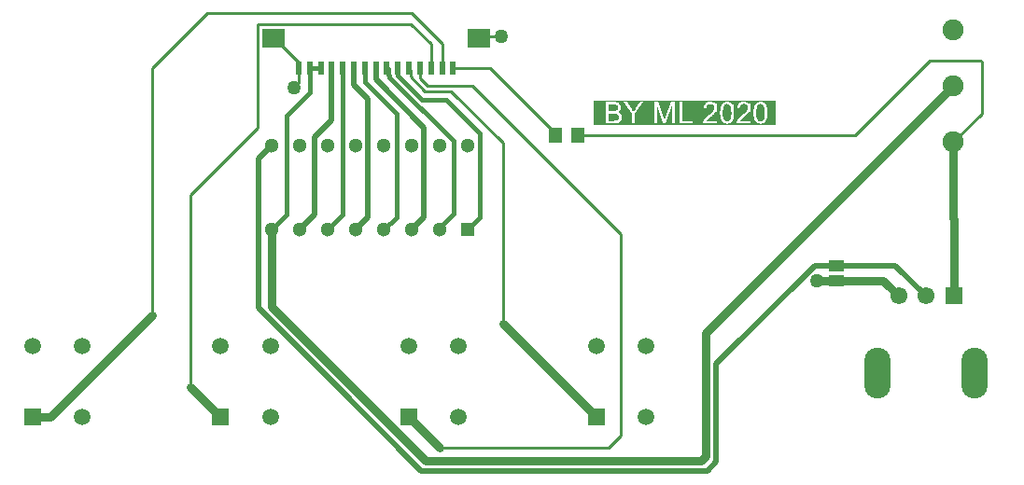
<source format=gtl>
G04*
G04 #@! TF.GenerationSoftware,Altium Limited,Altium Designer,21.0.8 (223)*
G04*
G04 Layer_Physical_Order=1*
G04 Layer_Color=255*
%FSLAX25Y25*%
%MOIN*%
G70*
G04*
G04 #@! TF.SameCoordinates,11A2A22B-46B4-42A7-8BC6-B1AC857C9469*
G04*
G04*
G04 #@! TF.FilePolarity,Positive*
G04*
G01*
G75*
%ADD12C,0.01000*%
%ADD13C,0.02000*%
%ADD15R,0.04724X0.05709*%
%ADD16R,0.05315X0.04331*%
%ADD17R,0.02362X0.05118*%
%ADD18R,0.07874X0.07087*%
%ADD24C,0.06102*%
%ADD25R,0.06102X0.06102*%
G04:AMPARAMS|DCode=26|XSize=94.49mil|YSize=181.1mil|CornerRadius=47.24mil|HoleSize=0mil|Usage=FLASHONLY|Rotation=180.000|XOffset=0mil|YOffset=0mil|HoleType=Round|Shape=RoundedRectangle|*
%AMROUNDEDRECTD26*
21,1,0.09449,0.08661,0,0,180.0*
21,1,0.00000,0.18110,0,0,180.0*
1,1,0.09449,0.00000,0.04331*
1,1,0.09449,0.00000,0.04331*
1,1,0.09449,0.00000,-0.04331*
1,1,0.09449,0.00000,-0.04331*
%
%ADD26ROUNDEDRECTD26*%
%ADD30C,0.05118*%
%ADD31R,0.05118X0.05118*%
%ADD33C,0.03000*%
%ADD34C,0.01500*%
%ADD35C,0.07480*%
%ADD36R,0.05906X0.05906*%
%ADD37C,0.05906*%
%ADD38C,0.05000*%
G36*
X400366Y237500D02*
X335300D01*
Y246339D01*
X400366D01*
Y237500D01*
D02*
G37*
%LPC*%
G36*
X353018Y245813D02*
X351835D01*
X350344Y243548D01*
X350169Y243273D01*
X350003Y243015D01*
X349861Y242790D01*
X349794Y242682D01*
X349736Y242590D01*
X349686Y242507D01*
X349636Y242423D01*
X349603Y242357D01*
X349570Y242307D01*
X349536Y242257D01*
X349519Y242223D01*
X349511Y242207D01*
X349503Y242198D01*
X349370Y242440D01*
X349228Y242673D01*
X349095Y242890D01*
X348978Y243081D01*
X348920Y243173D01*
X348870Y243248D01*
X348828Y243323D01*
X348795Y243381D01*
X348762Y243423D01*
X348737Y243464D01*
X348728Y243481D01*
X348720Y243490D01*
X347204Y245813D01*
X348832D01*
X345971D01*
X348936Y241374D01*
Y238125D01*
X345971D01*
X349953D01*
Y241374D01*
X353018Y245813D01*
D02*
G37*
G36*
X385422Y245838D02*
D01*
Y242123D01*
X385414Y242323D01*
X385405Y242507D01*
X385397Y242682D01*
X385380Y242840D01*
X385364Y242990D01*
X385347Y243123D01*
X385338Y243248D01*
X385322Y243356D01*
X385305Y243448D01*
X385289Y243531D01*
X385272Y243598D01*
X385263Y243656D01*
X385255Y243689D01*
X385247Y243714D01*
Y243723D01*
X385180Y243964D01*
X385097Y244189D01*
X385022Y244381D01*
X384947Y244547D01*
X384905Y244614D01*
X384880Y244681D01*
X384847Y244739D01*
X384822Y244781D01*
X384797Y244814D01*
X384789Y244839D01*
X384772Y244856D01*
Y244864D01*
X384655Y245030D01*
X384522Y245181D01*
X384397Y245305D01*
X384272Y245405D01*
X384164Y245489D01*
X384081Y245539D01*
X384047Y245564D01*
X384022Y245580D01*
X384006Y245589D01*
X383997D01*
X383814Y245672D01*
X383631Y245730D01*
X383448Y245780D01*
X383281Y245805D01*
X383131Y245822D01*
X383073Y245830D01*
X383014Y245838D01*
X382914D01*
X382765Y245830D01*
X382615Y245822D01*
X382473Y245797D01*
X382340Y245772D01*
X382223Y245739D01*
X382106Y245697D01*
X381998Y245655D01*
X381907Y245614D01*
X381815Y245572D01*
X381740Y245530D01*
X381673Y245497D01*
X381623Y245455D01*
X381582Y245430D01*
X381548Y245405D01*
X381532Y245397D01*
X381523Y245389D01*
X381423Y245297D01*
X381332Y245205D01*
X381165Y244997D01*
X381015Y244789D01*
X380899Y244581D01*
X380849Y244481D01*
X380807Y244397D01*
X380774Y244314D01*
X380740Y244248D01*
X380724Y244189D01*
X380707Y244139D01*
X380690Y244114D01*
Y244106D01*
X380640Y243948D01*
X380599Y243773D01*
X380532Y243414D01*
X380482Y243048D01*
X380466Y242873D01*
X380449Y242698D01*
X380440Y242540D01*
X380432Y242390D01*
X380424Y242257D01*
Y242140D01*
X380416Y242048D01*
Y241915D01*
X380424Y241524D01*
X380449Y241157D01*
X380482Y240824D01*
X380532Y240516D01*
X380590Y240232D01*
X380657Y239974D01*
X380724Y239749D01*
X380799Y239541D01*
X380865Y239366D01*
X380932Y239208D01*
X380999Y239083D01*
X381057Y238975D01*
X381107Y238891D01*
X381140Y238833D01*
X381165Y238800D01*
X381173Y238791D01*
X381298Y238650D01*
X381432Y238533D01*
X381573Y238425D01*
X381715Y238333D01*
X381857Y238258D01*
X382007Y238192D01*
X382148Y238142D01*
X382281Y238100D01*
X382415Y238067D01*
X382531Y238042D01*
X382640Y238025D01*
X382731Y238017D01*
X382806Y238008D01*
X382864Y238000D01*
X380416D01*
D01*
X385422D01*
Y245838D01*
D02*
G37*
G36*
X364230Y245813D02*
X362856Y245813D01*
X361007Y240466D01*
X360957Y240316D01*
X360907Y240182D01*
X360865Y240049D01*
X360823Y239933D01*
X360790Y239816D01*
X360757Y239716D01*
X360723Y239624D01*
X360698Y239541D01*
X360673Y239474D01*
X360657Y239408D01*
X360640Y239358D01*
X360623Y239308D01*
X360615Y239275D01*
X360607Y239249D01*
X360598Y239241D01*
Y239233D01*
X360573Y239308D01*
X360548Y239391D01*
X360490Y239566D01*
X360432Y239758D01*
X360373Y239941D01*
X360315Y240107D01*
X360290Y240182D01*
X360274Y240241D01*
X360257Y240291D01*
X360240Y240332D01*
X360232Y240357D01*
Y240366D01*
X358408Y245813D01*
X356883D01*
Y238125D01*
X364230Y238125D01*
Y245813D01*
D02*
G37*
G36*
X391344Y245838D02*
D01*
Y239033D01*
X387554D01*
X387688Y239216D01*
X387754Y239300D01*
X387821Y239374D01*
X387879Y239441D01*
X387921Y239491D01*
X387954Y239524D01*
X387963Y239533D01*
X388012Y239583D01*
X388079Y239649D01*
X388154Y239716D01*
X388237Y239791D01*
X388412Y239958D01*
X388596Y240116D01*
X388771Y240266D01*
X388845Y240332D01*
X388920Y240391D01*
X388970Y240441D01*
X389020Y240474D01*
X389045Y240499D01*
X389054Y240507D01*
X389237Y240666D01*
X389412Y240815D01*
X389570Y240949D01*
X389712Y241082D01*
X389845Y241199D01*
X389962Y241315D01*
X390070Y241415D01*
X390170Y241507D01*
X390253Y241582D01*
X390320Y241657D01*
X390378Y241715D01*
X390428Y241765D01*
X390461Y241807D01*
X390495Y241832D01*
X390503Y241848D01*
X390511Y241857D01*
X390670Y242040D01*
X390795Y242207D01*
X390903Y242365D01*
X390995Y242507D01*
X391061Y242623D01*
X391111Y242715D01*
X391128Y242748D01*
X391136Y242773D01*
X391144Y242781D01*
Y242790D01*
X391211Y242956D01*
X391253Y243123D01*
X391286Y243273D01*
X391311Y243414D01*
X391328Y243531D01*
X391336Y243623D01*
Y243656D01*
Y243681D01*
Y243689D01*
Y243698D01*
X391328Y243864D01*
X391311Y244023D01*
X391278Y244173D01*
X391236Y244322D01*
X391186Y244456D01*
X391128Y244581D01*
X391070Y244697D01*
X391011Y244797D01*
X390953Y244897D01*
X390895Y244981D01*
X390836Y245056D01*
X390786Y245114D01*
X390745Y245156D01*
X390711Y245197D01*
X390695Y245214D01*
X390686Y245222D01*
X390561Y245330D01*
X390428Y245422D01*
X390286Y245505D01*
X390137Y245580D01*
X389995Y245639D01*
X389845Y245689D01*
X389703Y245730D01*
X389562Y245764D01*
X389437Y245789D01*
X389312Y245805D01*
X389204Y245822D01*
X389112Y245830D01*
X389037Y245838D01*
X388929D01*
X388729Y245830D01*
X388537Y245813D01*
X388362Y245789D01*
X388196Y245747D01*
X388037Y245705D01*
X387896Y245655D01*
X387762Y245605D01*
X387646Y245555D01*
X387538Y245497D01*
X387446Y245447D01*
X387363Y245397D01*
X387296Y245355D01*
X387246Y245314D01*
X387213Y245289D01*
X387188Y245272D01*
X387179Y245264D01*
X387063Y245156D01*
X386963Y245030D01*
X386871Y244906D01*
X386788Y244764D01*
X386721Y244631D01*
X386655Y244497D01*
X386605Y244356D01*
X386563Y244231D01*
X386521Y244106D01*
X386496Y243989D01*
X386471Y243881D01*
X386455Y243789D01*
X386446Y243714D01*
X386438Y243664D01*
X386430Y243631D01*
Y243614D01*
X387396Y243514D01*
X387404Y243648D01*
X387413Y243773D01*
X387463Y243989D01*
X387529Y244189D01*
X387563Y244272D01*
X387604Y244348D01*
X387638Y244414D01*
X387679Y244472D01*
X387713Y244522D01*
X387738Y244564D01*
X387771Y244597D01*
X387788Y244622D01*
X387796Y244631D01*
X387804Y244639D01*
X387888Y244714D01*
X387971Y244781D01*
X388062Y244831D01*
X388154Y244881D01*
X388337Y244956D01*
X388512Y245005D01*
X388662Y245030D01*
X388729Y245047D01*
X388787D01*
X388837Y245056D01*
X389020D01*
X389137Y245039D01*
X389345Y244997D01*
X389520Y244931D01*
X389678Y244864D01*
X389795Y244789D01*
X389845Y244756D01*
X389887Y244722D01*
X389920Y244697D01*
X389945Y244681D01*
X389953Y244672D01*
X389962Y244664D01*
X390037Y244589D01*
X390095Y244514D01*
X390153Y244439D01*
X390195Y244356D01*
X390270Y244198D01*
X390320Y244048D01*
X390345Y243923D01*
X390361Y243864D01*
Y243814D01*
X390370Y243781D01*
Y243748D01*
Y243731D01*
Y243723D01*
X390361Y243623D01*
X390353Y243523D01*
X390303Y243323D01*
X390228Y243131D01*
X390145Y242956D01*
X390062Y242806D01*
X390028Y242748D01*
X389987Y242690D01*
X389962Y242648D01*
X389937Y242615D01*
X389928Y242598D01*
X389920Y242590D01*
X389828Y242473D01*
X389720Y242348D01*
X389595Y242215D01*
X389462Y242082D01*
X389187Y241807D01*
X388904Y241549D01*
X388771Y241424D01*
X388637Y241315D01*
X388521Y241215D01*
X388421Y241132D01*
X388337Y241057D01*
X388279Y241007D01*
X388237Y240966D01*
X388221Y240957D01*
X388071Y240832D01*
X387937Y240716D01*
X387804Y240607D01*
X387688Y240499D01*
X387571Y240399D01*
X387471Y240299D01*
X387379Y240216D01*
X387296Y240132D01*
X387221Y240057D01*
X387163Y239991D01*
X387105Y239933D01*
X387063Y239891D01*
X387021Y239849D01*
X386996Y239824D01*
X386988Y239808D01*
X386980Y239799D01*
X386830Y239616D01*
X386705Y239433D01*
X386596Y239258D01*
X386513Y239100D01*
X386446Y238966D01*
X386421Y238908D01*
X386396Y238866D01*
X386380Y238825D01*
X386371Y238800D01*
X386363Y238783D01*
Y238775D01*
X386321Y238658D01*
X386297Y238542D01*
X386272Y238433D01*
X386263Y238333D01*
X386255Y238250D01*
Y238125D01*
X391344D01*
Y245838D01*
D02*
G37*
G36*
X379399D02*
D01*
Y239033D01*
X375609D01*
X375742Y239216D01*
X375809Y239300D01*
X375876Y239374D01*
X375934Y239441D01*
X375976Y239491D01*
X376009Y239524D01*
X376017Y239533D01*
X376067Y239583D01*
X376134Y239649D01*
X376209Y239716D01*
X376292Y239791D01*
X376467Y239958D01*
X376650Y240116D01*
X376825Y240266D01*
X376900Y240332D01*
X376975Y240391D01*
X377025Y240441D01*
X377075Y240474D01*
X377100Y240499D01*
X377109Y240507D01*
X377292Y240666D01*
X377467Y240815D01*
X377625Y240949D01*
X377766Y241082D01*
X377900Y241199D01*
X378016Y241315D01*
X378125Y241415D01*
X378225Y241507D01*
X378308Y241582D01*
X378375Y241657D01*
X378433Y241715D01*
X378483Y241765D01*
X378516Y241807D01*
X378550Y241832D01*
X378558Y241848D01*
X378566Y241857D01*
X378725Y242040D01*
X378849Y242207D01*
X378958Y242365D01*
X379049Y242507D01*
X379116Y242623D01*
X379166Y242715D01*
X379183Y242748D01*
X379191Y242773D01*
X379199Y242781D01*
Y242790D01*
X379266Y242956D01*
X379308Y243123D01*
X379341Y243273D01*
X379366Y243414D01*
X379383Y243531D01*
X379391Y243623D01*
Y243656D01*
Y243681D01*
Y243689D01*
Y243698D01*
X379383Y243864D01*
X379366Y244023D01*
X379333Y244173D01*
X379291Y244322D01*
X379241Y244456D01*
X379183Y244581D01*
X379124Y244697D01*
X379066Y244797D01*
X379008Y244897D01*
X378949Y244981D01*
X378891Y245056D01*
X378841Y245114D01*
X378800Y245156D01*
X378766Y245197D01*
X378749Y245214D01*
X378741Y245222D01*
X378616Y245330D01*
X378483Y245422D01*
X378341Y245505D01*
X378191Y245580D01*
X378050Y245639D01*
X377900Y245689D01*
X377758Y245730D01*
X377617Y245764D01*
X377492Y245789D01*
X377367Y245805D01*
X377258Y245822D01*
X377167Y245830D01*
X377092Y245838D01*
X376983D01*
X376784Y245830D01*
X376592Y245813D01*
X376417Y245789D01*
X376251Y245747D01*
X376092Y245705D01*
X375951Y245655D01*
X375817Y245605D01*
X375701Y245555D01*
X375592Y245497D01*
X375501Y245447D01*
X375417Y245397D01*
X375351Y245355D01*
X375301Y245314D01*
X375268Y245289D01*
X375242Y245272D01*
X375234Y245264D01*
X375118Y245156D01*
X375018Y245030D01*
X374926Y244906D01*
X374843Y244764D01*
X374776Y244631D01*
X374709Y244497D01*
X374659Y244356D01*
X374618Y244231D01*
X374576Y244106D01*
X374551Y243989D01*
X374526Y243881D01*
X374510Y243789D01*
X374501Y243714D01*
X374493Y243664D01*
X374484Y243631D01*
Y243614D01*
X375451Y243514D01*
X375459Y243648D01*
X375467Y243773D01*
X375517Y243989D01*
X375584Y244189D01*
X375617Y244272D01*
X375659Y244348D01*
X375692Y244414D01*
X375734Y244472D01*
X375767Y244522D01*
X375792Y244564D01*
X375826Y244597D01*
X375842Y244622D01*
X375851Y244631D01*
X375859Y244639D01*
X375942Y244714D01*
X376026Y244781D01*
X376117Y244831D01*
X376209Y244881D01*
X376392Y244956D01*
X376567Y245005D01*
X376717Y245030D01*
X376784Y245047D01*
X376842D01*
X376892Y245056D01*
X377075D01*
X377192Y245039D01*
X377400Y244997D01*
X377575Y244931D01*
X377733Y244864D01*
X377850Y244789D01*
X377900Y244756D01*
X377941Y244722D01*
X377975Y244697D01*
X378000Y244681D01*
X378008Y244672D01*
X378016Y244664D01*
X378091Y244589D01*
X378150Y244514D01*
X378208Y244439D01*
X378250Y244356D01*
X378325Y244198D01*
X378375Y244048D01*
X378400Y243923D01*
X378416Y243864D01*
Y243814D01*
X378425Y243781D01*
Y243748D01*
Y243731D01*
Y243723D01*
X378416Y243623D01*
X378408Y243523D01*
X378358Y243323D01*
X378283Y243131D01*
X378200Y242956D01*
X378116Y242806D01*
X378083Y242748D01*
X378041Y242690D01*
X378016Y242648D01*
X377991Y242615D01*
X377983Y242598D01*
X377975Y242590D01*
X377883Y242473D01*
X377775Y242348D01*
X377650Y242215D01*
X377517Y242082D01*
X377242Y241807D01*
X376958Y241549D01*
X376825Y241424D01*
X376692Y241315D01*
X376575Y241215D01*
X376475Y241132D01*
X376392Y241057D01*
X376334Y241007D01*
X376292Y240966D01*
X376275Y240957D01*
X376126Y240832D01*
X375992Y240716D01*
X375859Y240607D01*
X375742Y240499D01*
X375626Y240399D01*
X375526Y240299D01*
X375434Y240216D01*
X375351Y240132D01*
X375276Y240057D01*
X375218Y239991D01*
X375159Y239933D01*
X375118Y239891D01*
X375076Y239849D01*
X375051Y239824D01*
X375043Y239808D01*
X375034Y239799D01*
X374884Y239616D01*
X374759Y239433D01*
X374651Y239258D01*
X374568Y239100D01*
X374501Y238966D01*
X374476Y238908D01*
X374451Y238866D01*
X374434Y238825D01*
X374426Y238800D01*
X374418Y238783D01*
Y238775D01*
X374376Y238658D01*
X374351Y238542D01*
X374326Y238433D01*
X374318Y238333D01*
X374310Y238250D01*
Y238125D01*
X379399D01*
Y245838D01*
D02*
G37*
G36*
X370628Y245813D02*
X365821D01*
Y238125D01*
X370628D01*
Y239041D01*
Y239033D01*
X366838D01*
Y245813D01*
X370628D01*
D02*
G37*
G36*
X342589Y245813D02*
X339565D01*
Y238125D01*
X345371D01*
D01*
X342489D01*
X342756Y238133D01*
X342997Y238142D01*
X343205Y238167D01*
X343305Y238175D01*
X343389Y238192D01*
X343464Y238200D01*
X343530Y238208D01*
X343588Y238225D01*
X343638Y238233D01*
X343680Y238242D01*
X343705D01*
X343722Y238250D01*
X343730D01*
X343913Y238300D01*
X344080Y238358D01*
X344222Y238425D01*
X344338Y238483D01*
X344438Y238541D01*
X344513Y238583D01*
X344555Y238616D01*
X344571Y238625D01*
X344696Y238733D01*
X344805Y238850D01*
X344905Y238966D01*
X344980Y239083D01*
X345046Y239183D01*
X345096Y239266D01*
X345113Y239300D01*
X345130Y239324D01*
X345138Y239333D01*
Y239341D01*
X345213Y239516D01*
X345271Y239699D01*
X345313Y239866D01*
X345346Y240024D01*
X345363Y240158D01*
Y240208D01*
X345371Y240257D01*
Y240474D01*
X345355Y240591D01*
X345313Y240815D01*
X345246Y241016D01*
X345180Y241182D01*
X345146Y241257D01*
X345113Y241324D01*
X345080Y241382D01*
X345046Y241432D01*
X345021Y241465D01*
X345005Y241490D01*
X344996Y241507D01*
X344988Y241515D01*
X344838Y241690D01*
X344663Y241832D01*
X344488Y241957D01*
X344313Y242048D01*
X344163Y242123D01*
X344097Y242148D01*
X344038Y242173D01*
X343988Y242190D01*
X343955Y242207D01*
X343930Y242215D01*
X343922D01*
X344113Y242323D01*
X344272Y242440D01*
X344413Y242557D01*
X344521Y242665D01*
X344613Y242765D01*
X344672Y242840D01*
X344696Y242873D01*
X344713Y242898D01*
X344721Y242906D01*
Y242915D01*
X344813Y243081D01*
X344880Y243240D01*
X344930Y243398D01*
X344963Y243539D01*
X344980Y243664D01*
X344996Y243756D01*
Y243789D01*
Y243814D01*
Y243831D01*
Y243839D01*
X344980Y244039D01*
X344946Y244222D01*
X344896Y244397D01*
X344846Y244547D01*
X344788Y244672D01*
X344763Y244731D01*
X344738Y244772D01*
X344713Y244806D01*
X344705Y244831D01*
X344688Y244847D01*
Y244856D01*
X344563Y245022D01*
X344430Y245172D01*
X344297Y245297D01*
X344163Y245397D01*
X344038Y245472D01*
X343947Y245530D01*
X343905Y245547D01*
X343880Y245564D01*
X343863Y245572D01*
X343855D01*
X343638Y245655D01*
X343414Y245714D01*
X343172Y245755D01*
X342955Y245780D01*
X342847Y245797D01*
X342756Y245805D01*
X342664D01*
X342589Y245813D01*
D02*
G37*
G36*
X397367Y245838D02*
X392361D01*
X394860D01*
X394710Y245830D01*
X394560Y245822D01*
X394418Y245797D01*
X394285Y245772D01*
X394168Y245739D01*
X394052Y245697D01*
X393943Y245655D01*
X393852Y245614D01*
X393760Y245572D01*
X393685Y245530D01*
X393618Y245497D01*
X393569Y245455D01*
X393527Y245430D01*
X393494Y245405D01*
X393477Y245397D01*
X393469Y245389D01*
X393369Y245297D01*
X393277Y245205D01*
X393110Y244997D01*
X392961Y244789D01*
X392844Y244581D01*
X392794Y244481D01*
X392752Y244397D01*
X392719Y244314D01*
X392686Y244248D01*
X392669Y244189D01*
X392652Y244139D01*
X392636Y244114D01*
Y244106D01*
X392586Y243948D01*
X392544Y243773D01*
X392477Y243414D01*
X392427Y243048D01*
X392411Y242873D01*
X392394Y242698D01*
X392386Y242540D01*
X392377Y242390D01*
X392369Y242257D01*
Y242140D01*
X392361Y242048D01*
Y241915D01*
X392369Y241524D01*
X392394Y241157D01*
X392427Y240824D01*
X392477Y240516D01*
X392536Y240232D01*
X392602Y239974D01*
X392669Y239749D01*
X392744Y239541D01*
X392811Y239366D01*
X392877Y239208D01*
X392944Y239083D01*
X393002Y238975D01*
X393052Y238891D01*
X393085Y238833D01*
X393110Y238800D01*
X393119Y238791D01*
X393244Y238650D01*
X393377Y238533D01*
X393519Y238425D01*
X393660Y238333D01*
X393802Y238258D01*
X393952Y238192D01*
X394093Y238142D01*
X394227Y238100D01*
X394360Y238067D01*
X394477Y238042D01*
X394585Y238025D01*
X394676Y238017D01*
X394751Y238008D01*
X394810Y238000D01*
X392361D01*
X397367D01*
Y245838D01*
D02*
G37*
%LPD*%
G36*
X383031Y245047D02*
X383139Y245030D01*
X383256Y244997D01*
X383356Y244956D01*
X383548Y244856D01*
X383706Y244747D01*
X383772Y244689D01*
X383831Y244631D01*
X383881Y244572D01*
X383931Y244531D01*
X383964Y244489D01*
X383989Y244456D01*
X383997Y244439D01*
X384006Y244431D01*
X384089Y244298D01*
X384156Y244148D01*
X384214Y243964D01*
X384264Y243773D01*
X384306Y243573D01*
X384347Y243365D01*
X384397Y242940D01*
X384422Y242740D01*
X384431Y242548D01*
X384439Y242373D01*
X384447Y242223D01*
X384455Y242090D01*
Y242040D01*
Y241998D01*
Y241965D01*
Y241940D01*
Y241923D01*
Y241915D01*
X384447Y241574D01*
X384439Y241265D01*
X384414Y240982D01*
X384389Y240724D01*
X384356Y240491D01*
X384314Y240291D01*
X384272Y240107D01*
X384231Y239949D01*
X384189Y239816D01*
X384147Y239699D01*
X384114Y239599D01*
X384072Y239524D01*
X384047Y239466D01*
X384022Y239433D01*
X384014Y239408D01*
X384006Y239399D01*
X383922Y239291D01*
X383831Y239191D01*
X383739Y239108D01*
X383647Y239041D01*
X383556Y238975D01*
X383464Y238925D01*
X383381Y238883D01*
X383298Y238850D01*
X383148Y238808D01*
X383081Y238791D01*
X383023Y238783D01*
X382981D01*
X382940Y238775D01*
X382914D01*
X382798Y238783D01*
X382681Y238800D01*
X382573Y238833D01*
X382473Y238875D01*
X382281Y238966D01*
X382123Y239083D01*
X381998Y239199D01*
X381948Y239249D01*
X381907Y239291D01*
X381865Y239333D01*
X381840Y239366D01*
X381832Y239383D01*
X381823Y239391D01*
X381748Y239524D01*
X381682Y239683D01*
X381615Y239858D01*
X381565Y240049D01*
X381523Y240257D01*
X381490Y240466D01*
X381440Y240891D01*
X381415Y241090D01*
X381407Y241282D01*
X381398Y241457D01*
X381390Y241607D01*
X381382Y241732D01*
Y241790D01*
Y241832D01*
Y241865D01*
Y241890D01*
Y241907D01*
Y241915D01*
X381390Y242257D01*
X381407Y242565D01*
X381423Y242856D01*
X381457Y243115D01*
X381490Y243348D01*
X381532Y243564D01*
X381582Y243748D01*
X381623Y243914D01*
X381665Y244064D01*
X381715Y244181D01*
X381757Y244281D01*
X381790Y244364D01*
X381823Y244431D01*
X381848Y244472D01*
X381857Y244497D01*
X381865Y244506D01*
X381940Y244606D01*
X382023Y244689D01*
X382106Y244764D01*
X382190Y244822D01*
X382281Y244881D01*
X382365Y244922D01*
X382531Y244989D01*
X382681Y245030D01*
X382748Y245039D01*
X382798Y245047D01*
X382848Y245056D01*
X382906D01*
X383031Y245047D01*
D02*
G37*
G36*
X385422Y238000D02*
X382914D01*
X383073Y238008D01*
X383214Y238017D01*
X383356Y238042D01*
X383489Y238067D01*
X383614Y238108D01*
X383722Y238142D01*
X383831Y238183D01*
X383922Y238225D01*
X384014Y238267D01*
X384089Y238308D01*
X384156Y238350D01*
X384206Y238383D01*
X384247Y238408D01*
X384281Y238433D01*
X384297Y238441D01*
X384306Y238450D01*
X384405Y238542D01*
X384506Y238633D01*
X384672Y238841D01*
X384814Y239050D01*
X384930Y239258D01*
X384980Y239358D01*
X385022Y239449D01*
X385055Y239524D01*
X385089Y239599D01*
X385114Y239649D01*
X385122Y239699D01*
X385139Y239724D01*
Y239733D01*
X385189Y239891D01*
X385230Y240066D01*
X385305Y240424D01*
X385355Y240791D01*
X385372Y240966D01*
X385388Y241140D01*
X385397Y241299D01*
X385405Y241449D01*
X385414Y241574D01*
X385422Y241690D01*
Y238000D01*
D02*
G37*
G36*
X363247Y238125D02*
X360998D01*
X363247Y244564D01*
Y238125D01*
D02*
G37*
G36*
X360082D02*
X357866D01*
Y244672D01*
X360082Y238125D01*
D02*
G37*
G36*
X342406Y244897D02*
X342531D01*
X342647Y244889D01*
X342756Y244881D01*
X342847Y244872D01*
X342939Y244864D01*
X343014Y244856D01*
X343072Y244839D01*
X343130Y244831D01*
X343180Y244822D01*
X343214Y244814D01*
X343247Y244806D01*
X343264D01*
X343280Y244797D01*
X343405Y244747D01*
X343505Y244689D01*
X343597Y244622D01*
X343672Y244556D01*
X343730Y244497D01*
X343772Y244447D01*
X343797Y244414D01*
X343805Y244397D01*
X343872Y244289D01*
X343913Y244173D01*
X343947Y244056D01*
X343972Y243948D01*
X343988Y243856D01*
X343997Y243789D01*
Y243739D01*
Y243731D01*
Y243723D01*
X343988Y243573D01*
X343963Y243448D01*
X343930Y243331D01*
X343897Y243231D01*
X343863Y243156D01*
X343830Y243098D01*
X343805Y243065D01*
X343797Y243048D01*
X343713Y242956D01*
X343622Y242873D01*
X343522Y242806D01*
X343430Y242756D01*
X343347Y242715D01*
X343280Y242690D01*
X343230Y242673D01*
X343222Y242665D01*
X343214D01*
X343155Y242648D01*
X343089Y242640D01*
X342939Y242615D01*
X342772Y242598D01*
X342614Y242590D01*
X342472D01*
X342406Y242582D01*
X340581D01*
Y244906D01*
X342264D01*
X342406Y244897D01*
D02*
G37*
G36*
X342614Y241665D02*
X342839Y241657D01*
X342939Y241640D01*
X343030Y241632D01*
X343114Y241623D01*
X343197Y241607D01*
X343264Y241599D01*
X343322Y241582D01*
X343364Y241574D01*
X343405Y241565D01*
X343439Y241557D01*
X343464Y241549D01*
X343472Y241540D01*
X343480D01*
X343622Y241482D01*
X343739Y241415D01*
X343847Y241349D01*
X343938Y241274D01*
X344005Y241207D01*
X344055Y241149D01*
X344088Y241115D01*
X344097Y241099D01*
X344172Y240974D01*
X344230Y240849D01*
X344263Y240724D01*
X344297Y240607D01*
X344313Y240499D01*
X344322Y240424D01*
Y240391D01*
Y240366D01*
Y240357D01*
Y240349D01*
X344313Y240216D01*
X344297Y240091D01*
X344272Y239983D01*
X344247Y239891D01*
X344213Y239808D01*
X344188Y239749D01*
X344172Y239716D01*
X344163Y239699D01*
X344105Y239599D01*
X344038Y239516D01*
X343972Y239441D01*
X343913Y239383D01*
X343855Y239333D01*
X343813Y239300D01*
X343780Y239283D01*
X343772Y239275D01*
X343680Y239225D01*
X343580Y239183D01*
X343489Y239141D01*
X343397Y239116D01*
X343314Y239091D01*
X343247Y239075D01*
X343205Y239066D01*
X343189D01*
X343105Y239058D01*
X342997Y239050D01*
X342881Y239041D01*
X342772D01*
X342664Y239033D01*
X340581D01*
Y241673D01*
X342356D01*
X342614Y241665D01*
D02*
G37*
G36*
X397367Y242123D02*
X397359Y242323D01*
X397350Y242507D01*
X397342Y242682D01*
X397325Y242840D01*
X397309Y242990D01*
X397292Y243123D01*
X397284Y243248D01*
X397267Y243356D01*
X397250Y243448D01*
X397234Y243531D01*
X397217Y243598D01*
X397209Y243656D01*
X397200Y243689D01*
X397192Y243714D01*
Y243723D01*
X397126Y243964D01*
X397042Y244189D01*
X396967Y244381D01*
X396892Y244547D01*
X396851Y244614D01*
X396826Y244681D01*
X396792Y244739D01*
X396767Y244781D01*
X396742Y244814D01*
X396734Y244839D01*
X396717Y244856D01*
Y244864D01*
X396601Y245030D01*
X396467Y245181D01*
X396342Y245305D01*
X396217Y245405D01*
X396109Y245489D01*
X396026Y245539D01*
X395993Y245564D01*
X395968Y245580D01*
X395951Y245589D01*
X395943D01*
X395759Y245672D01*
X395576Y245730D01*
X395393Y245780D01*
X395226Y245805D01*
X395076Y245822D01*
X395018Y245830D01*
X394960Y245838D01*
X397367D01*
Y242123D01*
D02*
G37*
G36*
X394976Y245047D02*
X395085Y245030D01*
X395201Y244997D01*
X395301Y244956D01*
X395493Y244856D01*
X395651Y244747D01*
X395718Y244689D01*
X395776Y244631D01*
X395826Y244572D01*
X395876Y244531D01*
X395909Y244489D01*
X395934Y244456D01*
X395943Y244439D01*
X395951Y244431D01*
X396034Y244298D01*
X396101Y244148D01*
X396159Y243964D01*
X396209Y243773D01*
X396251Y243573D01*
X396292Y243365D01*
X396342Y242940D01*
X396367Y242740D01*
X396376Y242548D01*
X396384Y242373D01*
X396392Y242223D01*
X396401Y242090D01*
Y242040D01*
Y241998D01*
Y241965D01*
Y241940D01*
Y241923D01*
Y241915D01*
X396392Y241574D01*
X396384Y241265D01*
X396359Y240982D01*
X396334Y240724D01*
X396301Y240491D01*
X396259Y240291D01*
X396217Y240107D01*
X396176Y239949D01*
X396134Y239816D01*
X396093Y239699D01*
X396059Y239599D01*
X396018Y239524D01*
X395993Y239466D01*
X395968Y239433D01*
X395959Y239408D01*
X395951Y239399D01*
X395868Y239291D01*
X395776Y239191D01*
X395684Y239108D01*
X395593Y239041D01*
X395501Y238975D01*
X395409Y238925D01*
X395326Y238883D01*
X395243Y238850D01*
X395093Y238808D01*
X395026Y238791D01*
X394968Y238783D01*
X394926D01*
X394885Y238775D01*
X394860D01*
X394743Y238783D01*
X394626Y238800D01*
X394518Y238833D01*
X394418Y238875D01*
X394227Y238966D01*
X394068Y239083D01*
X393943Y239199D01*
X393893Y239249D01*
X393852Y239291D01*
X393810Y239333D01*
X393785Y239366D01*
X393777Y239383D01*
X393769Y239391D01*
X393693Y239524D01*
X393627Y239683D01*
X393560Y239858D01*
X393510Y240049D01*
X393469Y240257D01*
X393435Y240466D01*
X393385Y240891D01*
X393360Y241090D01*
X393352Y241282D01*
X393344Y241457D01*
X393335Y241607D01*
X393327Y241732D01*
Y241790D01*
Y241832D01*
Y241865D01*
Y241890D01*
Y241907D01*
Y241915D01*
X393335Y242257D01*
X393352Y242565D01*
X393369Y242856D01*
X393402Y243115D01*
X393435Y243348D01*
X393477Y243564D01*
X393527Y243748D01*
X393569Y243914D01*
X393610Y244064D01*
X393660Y244181D01*
X393702Y244281D01*
X393735Y244364D01*
X393769Y244431D01*
X393794Y244472D01*
X393802Y244497D01*
X393810Y244506D01*
X393885Y244606D01*
X393968Y244689D01*
X394052Y244764D01*
X394135Y244822D01*
X394227Y244881D01*
X394310Y244922D01*
X394477Y244989D01*
X394626Y245030D01*
X394693Y245039D01*
X394743Y245047D01*
X394793Y245056D01*
X394851D01*
X394976Y245047D01*
D02*
G37*
G36*
X397367Y238000D02*
X394860D01*
X395018Y238008D01*
X395160Y238017D01*
X395301Y238042D01*
X395434Y238067D01*
X395559Y238108D01*
X395668Y238142D01*
X395776Y238183D01*
X395868Y238225D01*
X395959Y238267D01*
X396034Y238308D01*
X396101Y238350D01*
X396151Y238383D01*
X396193Y238408D01*
X396226Y238433D01*
X396242Y238441D01*
X396251Y238450D01*
X396351Y238542D01*
X396451Y238633D01*
X396617Y238841D01*
X396759Y239050D01*
X396876Y239258D01*
X396925Y239358D01*
X396967Y239449D01*
X397001Y239524D01*
X397034Y239599D01*
X397059Y239649D01*
X397067Y239699D01*
X397084Y239724D01*
Y239733D01*
X397134Y239891D01*
X397175Y240066D01*
X397250Y240424D01*
X397300Y240791D01*
X397317Y240966D01*
X397334Y241140D01*
X397342Y241299D01*
X397350Y241449D01*
X397359Y241574D01*
X397367Y241690D01*
Y238000D01*
D02*
G37*
D12*
X281122Y257811D02*
Y266700D01*
X197381Y277681D02*
X270141D01*
X281122Y266700D01*
X215400Y273681D02*
X270004D01*
X277185Y266500D01*
Y257811D02*
Y266500D01*
X215400Y236500D02*
Y273681D01*
X455200Y260700D02*
X473214D01*
X463700Y231500D02*
X473800Y241600D01*
Y260114D01*
X473214Y260700D02*
X473800Y260114D01*
X329537Y234000D02*
X428500D01*
X455200Y260700D01*
X285059Y257811D02*
X298344D01*
X321663Y234492D01*
Y234000D02*
Y234492D01*
X229941Y252441D02*
Y257811D01*
X228300Y250800D02*
X229941Y252441D01*
X340600Y122100D02*
X345000Y126500D01*
Y198400D01*
X280213Y122100D02*
X340600D01*
X291800Y251600D02*
X345000Y198400D01*
X177500Y169400D02*
Y257800D01*
X275100Y249600D02*
X284400D01*
X269992Y254708D02*
X275100Y249600D01*
X269311Y257811D02*
X269992Y257130D01*
Y254708D02*
Y257130D01*
X273248Y254280D02*
Y257811D01*
X275928Y251600D02*
X291800D01*
X273248Y254280D02*
X275928Y251600D01*
X294114Y268638D02*
X294776Y269300D01*
X302400D01*
X229941Y257811D02*
Y259976D01*
X221280Y268638D02*
X229941Y259976D01*
X220886Y268638D02*
X221280D01*
X284400Y249600D02*
X302900Y231100D01*
Y166547D02*
Y231100D01*
X177500Y257800D02*
X197381Y277681D01*
X191400Y212500D02*
X215400Y236500D01*
X191400Y143780D02*
Y212500D01*
D13*
X273600Y114000D02*
X375792D01*
X240200Y147400D02*
Y147550D01*
Y147400D02*
X273600Y114000D01*
X215641Y172109D02*
X240200Y147550D01*
X215641Y172109D02*
Y225541D01*
X375792Y114000D02*
X378900Y117108D01*
Y152108D02*
X414148Y187356D01*
X378900Y117108D02*
Y152108D01*
X422000Y187356D02*
X443103D01*
X414148D02*
X422000D01*
X215641Y225541D02*
X220200Y230100D01*
X443103Y187356D02*
X454000Y176459D01*
X257500Y257811D02*
X257536Y257775D01*
Y253864D02*
Y257775D01*
Y253864D02*
X274759Y236641D01*
Y204659D02*
Y236641D01*
X270200Y200100D02*
X274759Y204659D01*
X250200Y200100D02*
X254759Y204659D01*
Y246841D01*
X249626Y251974D02*
X254759Y246841D01*
X249626Y251974D02*
Y257811D01*
X230200Y200100D02*
X235641Y205541D01*
Y233041D01*
X241752Y239152D01*
Y257811D01*
D15*
X321663Y234000D02*
D03*
X329537D02*
D03*
D16*
X422000Y187356D02*
D03*
Y181844D02*
D03*
D17*
X229941Y257811D02*
D03*
X233878D02*
D03*
X245689D02*
D03*
X249626D02*
D03*
X269311D02*
D03*
X273248D02*
D03*
X277185D02*
D03*
X281122D02*
D03*
X285059D02*
D03*
X265374D02*
D03*
X261437D02*
D03*
X257500D02*
D03*
X253563D02*
D03*
X241752D02*
D03*
X237815D02*
D03*
D18*
X294114Y268638D02*
D03*
X220886D02*
D03*
D24*
X444157Y176459D02*
D03*
X454000D02*
D03*
D25*
X463843D02*
D03*
D26*
X436677Y148900D02*
D03*
X471323D02*
D03*
D30*
X290200Y230100D02*
D03*
X280200D02*
D03*
X270200D02*
D03*
X260200D02*
D03*
X250200D02*
D03*
X240200D02*
D03*
X230200D02*
D03*
X220200D02*
D03*
Y200100D02*
D03*
X230200D02*
D03*
X240200D02*
D03*
X250200D02*
D03*
X260200D02*
D03*
X270200D02*
D03*
X280200D02*
D03*
D31*
X290200D02*
D03*
D33*
X375400Y119257D02*
Y163200D01*
X463700Y251500D01*
X220200Y172500D02*
Y200100D01*
X275200Y117500D02*
X373643D01*
X220200Y172500D02*
X275200Y117500D01*
X373643D02*
X375400Y119257D01*
X269208Y133105D02*
X280213Y122100D01*
X134942Y133105D02*
X141205D01*
X177500Y169400D01*
X422000Y181844D02*
X438772D01*
X415000D02*
X422000D01*
X438772D02*
X444157Y176459D01*
X463700Y204143D02*
Y231500D01*
Y204143D02*
X463843Y204000D01*
Y176459D02*
Y204000D01*
X302900Y166547D02*
X336342Y133105D01*
X191400Y143780D02*
X202075Y133105D01*
D34*
X265374Y255180D02*
X273862Y246692D01*
X262443Y254527D02*
Y255123D01*
X265374Y255180D02*
Y257811D01*
X285136Y205906D02*
Y231834D01*
X262443Y254527D02*
X285136Y231834D01*
X273862Y246692D02*
X282596D01*
X261868Y255698D02*
Y257380D01*
Y255698D02*
X262443Y255123D01*
X261437Y257811D02*
X261868Y257380D01*
X280200Y200970D02*
X285136Y205906D01*
X280200Y200100D02*
Y200970D01*
X233878Y249178D02*
Y257811D01*
X225496Y240796D02*
X233878Y249178D01*
Y257811D02*
X237815D01*
X220200Y200100D02*
X225496Y205396D01*
Y240796D01*
X260200Y200100D02*
X264800Y204700D01*
Y241700D01*
X253563Y252937D02*
X264800Y241700D01*
X253563Y252937D02*
Y257811D01*
X240200Y200100D02*
X245689Y205589D01*
Y257811D01*
X290200Y200100D02*
X294759Y204659D01*
Y234528D01*
X282596Y246692D02*
X294759Y234528D01*
D35*
X463700Y271500D02*
D03*
Y251500D02*
D03*
Y231500D02*
D03*
D36*
X134942Y133105D02*
D03*
X202075D02*
D03*
X269208D02*
D03*
X336342D02*
D03*
D37*
X152658D02*
D03*
Y158695D02*
D03*
X134942D02*
D03*
X219792Y133105D02*
D03*
Y158695D02*
D03*
X202075D02*
D03*
X286925Y133105D02*
D03*
Y158695D02*
D03*
X269208D02*
D03*
X354058Y133105D02*
D03*
Y158695D02*
D03*
X336342D02*
D03*
D38*
X228300Y250800D02*
D03*
X415000Y181844D02*
D03*
X302400Y269300D02*
D03*
M02*

</source>
